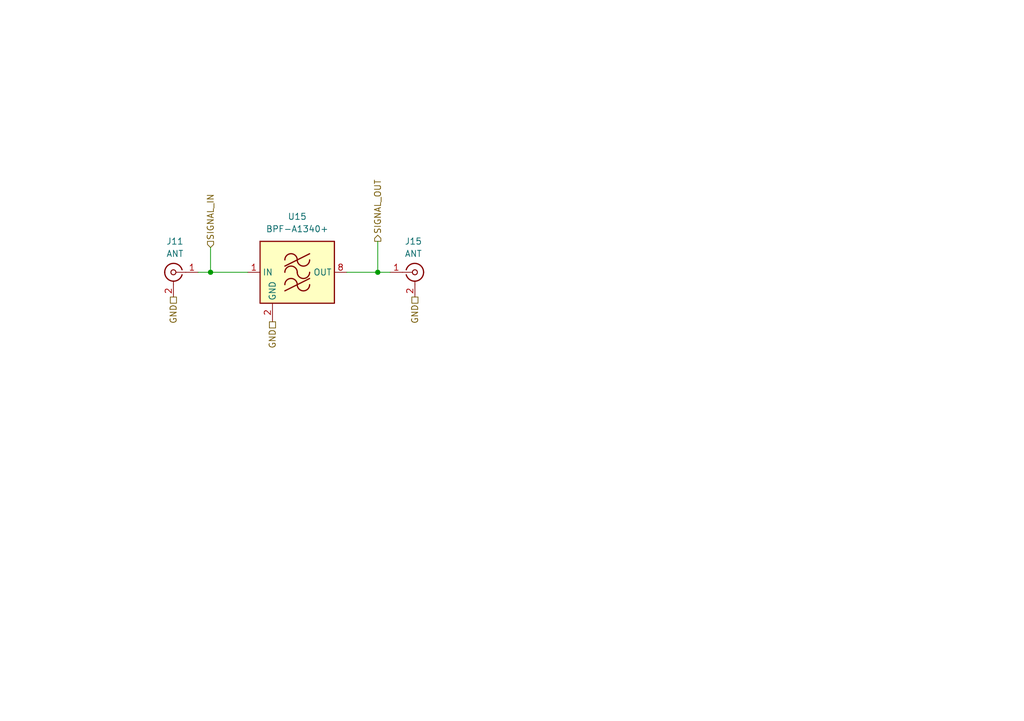
<source format=kicad_sch>
(kicad_sch (version 20231120) (generator "eeschema") (generator_version "8.0")
  (paper "A5")
  (title_block (title "SMDFilter") (date "2025-04-08") (rev "v1.0"))
  (lib_symbols
    (symbol "Connector:Conn_Coaxial" (pin_names (offset 1.016) hide)
      (property "Reference" "J" (at 0.254 3.048 0))
      (property "Value" "Conn_Coaxial" (at 2.921 0 90))
      (symbol "Conn_Coaxial_0_1"
        (arc (start -1.778 -0.508) (mid 0.2311 -1.8066) (end 1.778 0) (stroke (width 0.254)))
        (polyline (pts (xy -2.54 0) (xy -0.508 0)))
        (polyline (pts (xy 0 -2.54) (xy 0 -1.778)))
        (circle (center 0 0) (radius 0.508) (stroke (width 0.2032)))
        (arc (start 1.778 0) (mid 0.2099 1.8101) (end -1.778 0.508) (stroke (width 0.254)))
      )
      (symbol "Conn_Coaxial_1_1"
        (pin passive line (at -5.08 0 0) (length 2.54) (name "In") (number "1"))
        (pin passive line (at 0 -5.08 90) (length 2.54) (name "Ext") (number "2"))
      )
    )
    (symbol "RF_Filter:BPF-A355"
      (property "Reference" "U" (at -6.35 7.62 0))
      (property "Value" "BPF-A355" (at 6.35 7.62 0))
      (symbol "BPF-A355_0_1"
        (rectangle (start -7.62 6.35) (end 7.62 -6.35) (stroke (width 0.254)) (fill (type background)))
        (arc (start 0 -2.54) (mid -1.27 -1.2755) (end -2.54 -2.54) (stroke (width 0.254)))
        (arc (start 0 -2.54) (mid 1.27 -3.8045) (end 2.54 -2.54) (stroke (width 0.254)))
        (arc (start 0 0) (mid -1.27 1.2645) (end -2.54 0) (stroke (width 0.254)))
        (polyline (pts (xy -2.54 -3.81) (xy 2.54 -1.27)) (stroke (width 0.254)))
        (polyline (pts (xy -2.54 1.27) (xy 2.54 3.81)) (stroke (width 0.254)))
        (arc (start 0 0) (mid 1.27 -1.2645) (end 2.54 0) (stroke (width 0.254)))
        (arc (start 0 2.54) (mid -1.27 3.8045) (end -2.54 2.54) (stroke (width 0.254)))
        (arc (start 0 2.54) (mid 1.27 1.2755) (end 2.54 2.54) (stroke (width 0.254)))
      )
      (symbol "BPF-A355_1_1"
        (pin input line (at -10.16 0 0) (length 2.54) (name "IN") (number "1"))
        (pin passive line (at -5.08 -10.16 90) (length 3.81) hide (name "GND") (number "10"))
        (pin passive line (at -5.08 -10.16 90) (length 3.81) hide (name "GND") (number "11"))
        (pin passive line (at -5.08 -10.16 90) (length 3.81) hide (name "GND") (number "12"))
        (pin passive line (at -5.08 -10.16 90) (length 3.81) hide (name "GND") (number "13"))
        (pin passive line (at -5.08 -10.16 90) (length 3.81) hide (name "GND") (number "14"))
        (pin power_in line (at -5.08 -10.16 90) (length 3.81) (name "GND") (number "2"))
        (pin passive line (at -5.08 -10.16 90) (length 3.81) hide (name "GND") (number "3"))
        (pin passive line (at -5.08 -10.16 90) (length 3.81) hide (name "GND") (number "4"))
        (pin passive line (at -5.08 -10.16 90) (length 3.81) hide (name "GND") (number "5"))
        (pin passive line (at -5.08 -10.16 90) (length 3.81) hide (name "GND") (number "6"))
        (pin passive line (at -5.08 -10.16 90) (length 3.81) hide (name "GND") (number "7"))
        (pin output line (at 10.16 0 180) (length 2.54) (name "OUT") (number "8"))
        (pin passive line (at -5.08 -10.16 90) (length 3.81) hide (name "GND") (number "9"))
      )
    )
  )
  (junction (at 77.47 55.88))
  (junction (at 43.18 55.88))
  (wire (pts (xy 40.64 55.88) (xy 43.18 55.88)))
  (wire (pts (xy 77.47 49.53) (xy 77.47 55.88)))
  (wire (pts (xy 77.47 55.88) (xy 80.01 55.88)))
  (wire (pts (xy 71.12 55.88) (xy 77.47 55.88)))
  (wire (pts (xy 43.18 50.8) (xy 43.18 55.88)))
  (wire (pts (xy 43.18 55.88) (xy 50.8 55.88)))
  (hierarchical_label "GND" (shape passive) (at 35.56 60.96 270))
  (hierarchical_label "SIGNAL_OUT" (shape output) (at 77.47 49.53 90))
  (hierarchical_label "GND" (shape passive) (at 55.88 66.04 270))
  (hierarchical_label "SIGNAL_IN" (shape input) (at 43.18 50.8 90))
  (hierarchical_label "GND" (shape passive) (at 85.09 60.96 270))
  (symbol (lib_id "Connector:Conn_Coaxial") (at 85.09 55.88 0) (unit 1)
    (property "Reference" "J15" (at 84.7726 49.53 0))
    (property "Value" "ANT" (at 84.7726 52.07 0))
    (property "Footprint" "Library:CONN_142-0711-821_CIN" (effects (hide yes)))
    (property "Description" "coaxial connector (BNC, SMA, SMB, SMC, Cinch/RCA, LEMO, ...)" (effects (hide yes)))
    (instances (project "RCA Radio Telescope" (path "" (reference "J15") (unit 1)) (path "" (reference "J21") (unit 1)) (path "" (reference "J19") (unit 1))))
  )
  (symbol (lib_id "Connector:Conn_Coaxial") (at 35.56 55.88 0) (mirror y) (unit 1)
    (property "Reference" "J11" (at 35.8774 49.53 0))
    (property "Value" "ANT" (at 35.8774 52.07 0))
    (property "Footprint" "Library:CONN_142-0711-821_CIN" (effects (hide yes)))
    (property "Description" "coaxial connector (BNC, SMA, SMB, SMC, Cinch/RCA, LEMO, ...)" (effects (hide yes)))
    (instances (project "RCA Radio Telescope" (path "" (reference "J11") (unit 1)) (path "" (reference "J20") (unit 1)) (path "" (reference "J18") (unit 1))))
  )
  (symbol (lib_id "RF_Filter:BPF-A355") (at 60.96 55.88 0) (unit 1)
    (property "Reference" "U15" (at 60.96 44.45 0))
    (property "Value" "BPF-A1340+" (at 60.96 46.99 0))
    (property "Footprint" "RF_Mini-Circuits:Mini-Circuits_HQ1157" (effects (hide yes)))
    (property "Datasheet" "https://www.minicircuits.com/pdfs/BPF-A355+.pdf" (effects (hide yes)))
    (property "Description" "Bandpass Filter, 310 to 400 MHz, 50 Ohm, Mini-Circuits HQ1157" (effects (hide yes)))
    (instances (project "RCA Radio Telescope" (path "" (reference "U15") (unit 1)) (path "" (reference "U17") (unit 1)) (path "" (reference "U17") (unit 1))))
  )
)
</source>
